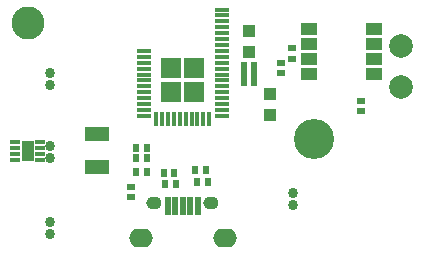
<source format=gbs>
G70*
%OFA0B0*%
%FSLAX24Y24*%
%IPPOS*%
%LPD*%
%ADD16R,0.0179X0.0472*%
%ADD21R,0.0236X0.0209*%
%ADD22R,0.0236X0.0276*%
%ADD24R,0.0236X0.0610*%
%ADD27R,0.0276X0.0236*%
%ADD33R,0.0354X0.0177*%
%ADD37R,0.0394X0.0394*%
%ADD40R,0.0433X0.0709*%
%ADD41R,0.0472X0.0179*%
%ADD46R,0.0551X0.0394*%
%ADD49R,0.0669X0.0669*%
%ADD51R,0.0787X0.0472*%
%ADD76O,0.0315X0.0354*%
%ADD81O,0.0512X0.0433*%
%ADD84O,0.0787X0.0630*%
%ADD85C,0.0787*%
%ADD86C,0.1102*%
%ADD88C,0.1339*%
D16*
X018593Y016486D03*
X017805Y016486D03*
X017018Y016486D03*
X017215Y016486D03*
X018002Y016486D03*
X017411Y016486D03*
X018396Y016486D03*
X017608Y016486D03*
X018199Y016486D03*
X016821Y016486D03*
D21*
X020094Y018091D03*
X019740Y017894D03*
X020094Y018287D03*
X020094Y017697D03*
X019740Y018091D03*
X020094Y017894D03*
X019740Y018287D03*
X019740Y017697D03*
D22*
X017485Y014342D03*
X016165Y015539D03*
X016520Y014744D03*
X017072Y014706D03*
X016165Y015181D03*
X016520Y015539D03*
X016165Y014744D03*
X017426Y014706D03*
X018481Y014792D03*
X018544Y014395D03*
X018190Y014395D03*
X016520Y015181D03*
X018127Y014792D03*
X017131Y014342D03*
D24*
X017964Y013597D03*
X017714Y013597D03*
X017214Y013597D03*
X017464Y013597D03*
X018214Y013597D03*
D27*
X021339Y018504D03*
X020988Y018024D03*
X021339Y018858D03*
X020988Y018378D03*
X023657Y017110D03*
X015996Y014244D03*
X023657Y016756D03*
X015996Y013890D03*
D33*
X012130Y015520D03*
X012130Y015323D03*
X012130Y015717D03*
X012953Y015520D03*
X012953Y015323D03*
X012953Y015126D03*
X012953Y015717D03*
X012130Y015126D03*
D37*
X020614Y016618D03*
X020614Y017327D03*
X019929Y018728D03*
X019929Y019437D03*
D40*
X012547Y015425D03*
D41*
X019008Y019161D03*
X019008Y018965D03*
X019008Y018768D03*
X019008Y018177D03*
X019008Y018374D03*
X019008Y018571D03*
X019008Y019949D03*
X019008Y020146D03*
X016406Y018768D03*
X019008Y019358D03*
X019008Y019555D03*
X019008Y019752D03*
X016406Y017390D03*
X016406Y017587D03*
X016406Y017193D03*
X016406Y016602D03*
X016406Y016799D03*
X016406Y017783D03*
X016406Y018571D03*
X016406Y016996D03*
X016406Y018374D03*
X016406Y017980D03*
X016406Y018177D03*
X019008Y017390D03*
X019008Y017980D03*
X019008Y017783D03*
X019008Y017587D03*
X019008Y017193D03*
X019008Y016602D03*
X019008Y016799D03*
X019008Y016996D03*
D46*
X024087Y019504D03*
X024087Y019004D03*
X021921Y018504D03*
X021921Y019004D03*
X024087Y018504D03*
X021921Y019504D03*
X021921Y018004D03*
X024087Y018004D03*
D49*
X017313Y018183D03*
X018100Y018183D03*
X017313Y017396D03*
X018100Y017396D03*
D51*
X014843Y014894D03*
X014843Y015996D03*
D76*
X021396Y013626D03*
X013278Y017630D03*
X013278Y018024D03*
X013281Y013063D03*
X013278Y015197D03*
X021396Y014020D03*
X013278Y015591D03*
X013281Y012669D03*
D81*
X016764Y013697D03*
X018664Y013697D03*
D84*
X019114Y012547D03*
X016315Y012547D03*
D85*
X024988Y018945D03*
X024988Y017567D03*
D86*
X012567Y019713D03*
D88*
X022087Y015839D03*
M02*

</source>
